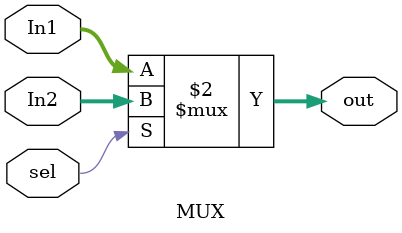
<source format=v>
module MUX #(parameter WIDTH =32) (
input        wire       [WIDTH-1:0]      In1,
input        wire       [WIDTH-1:0]      In2,
input        wire                        sel,

output       wire       [WIDTH-1:0]      out
);


assign out = (sel==1'b0) ? In1 : In2 ;

//always @(*) 
//begin
//    case (sel)
//       1'b0: out = In1;
//       1'b1: out = In2;
//    endcase
//end
endmodule
</source>
